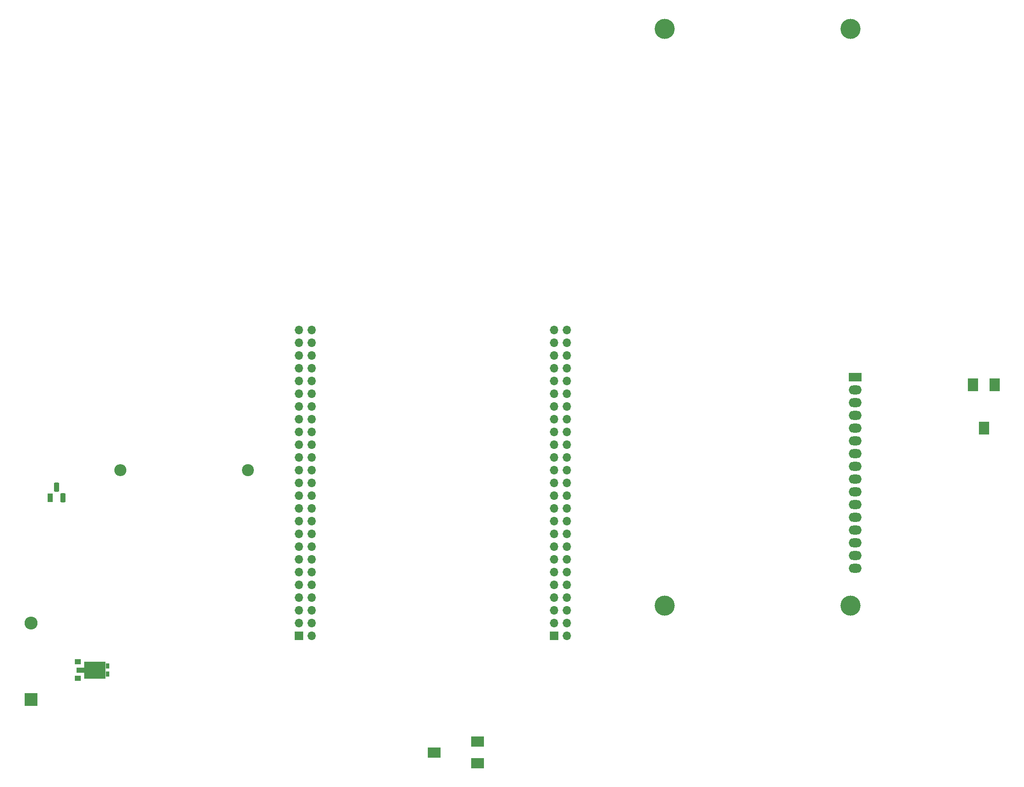
<source format=gbr>
%TF.GenerationSoftware,KiCad,Pcbnew,(7.0.0)*%
%TF.CreationDate,2023-06-01T08:47:22-06:00*%
%TF.ProjectId,ENCE 3231 final project,454e4345-2033-4323-9331-2066696e616c,rev?*%
%TF.SameCoordinates,Original*%
%TF.FileFunction,Soldermask,Top*%
%TF.FilePolarity,Negative*%
%FSLAX46Y46*%
G04 Gerber Fmt 4.6, Leading zero omitted, Abs format (unit mm)*
G04 Created by KiCad (PCBNEW (7.0.0)) date 2023-06-01 08:47:22*
%MOMM*%
%LPD*%
G01*
G04 APERTURE LIST*
G04 Aperture macros list*
%AMRoundRect*
0 Rectangle with rounded corners*
0 $1 Rounding radius*
0 $2 $3 $4 $5 $6 $7 $8 $9 X,Y pos of 4 corners*
0 Add a 4 corners polygon primitive as box body*
4,1,4,$2,$3,$4,$5,$6,$7,$8,$9,$2,$3,0*
0 Add four circle primitives for the rounded corners*
1,1,$1+$1,$2,$3*
1,1,$1+$1,$4,$5*
1,1,$1+$1,$6,$7*
1,1,$1+$1,$8,$9*
0 Add four rect primitives between the rounded corners*
20,1,$1+$1,$2,$3,$4,$5,0*
20,1,$1+$1,$4,$5,$6,$7,0*
20,1,$1+$1,$6,$7,$8,$9,0*
20,1,$1+$1,$8,$9,$2,$3,0*%
G04 Aperture macros list end*
%ADD10C,4.000000*%
%ADD11R,2.600000X1.800000*%
%ADD12O,2.600000X1.800000*%
%ADD13R,2.000000X2.500000*%
%ADD14R,1.300000X1.100000*%
%ADD15R,0.650000X1.000000*%
%ADD16R,1.500000X1.000000*%
%ADD17R,4.300000X3.400000*%
%ADD18R,2.600000X2.600000*%
%ADD19O,2.600000X2.600000*%
%ADD20R,1.700000X1.700000*%
%ADD21O,1.700000X1.700000*%
%ADD22R,1.100000X1.800000*%
%ADD23RoundRect,0.275000X-0.275000X-0.625000X0.275000X-0.625000X0.275000X0.625000X-0.275000X0.625000X0*%
%ADD24C,2.400000*%
%ADD25O,2.400000X2.400000*%
%ADD26R,2.500000X2.000000*%
G04 APERTURE END LIST*
D10*
%TO.C,DS1*%
X191076740Y-36479580D03*
X154076560Y-36479580D03*
X191076740Y-151480620D03*
X154076560Y-151480620D03*
D11*
X192077499Y-105879999D03*
D12*
X192077499Y-108419999D03*
X192077499Y-110959999D03*
X192077499Y-113499999D03*
X192077499Y-116039999D03*
X192077499Y-118579999D03*
X192077499Y-121119999D03*
X192077499Y-123659999D03*
X192077499Y-126199999D03*
X192077499Y-128739999D03*
X192077499Y-131279999D03*
X192077499Y-133819999D03*
X192077499Y-136359999D03*
X192077499Y-138899999D03*
X192077499Y-141439999D03*
X192077499Y-143979999D03*
%TD*%
D13*
%TO.C,RV2*%
X215534999Y-107434999D03*
X217684999Y-116084999D03*
X219834999Y-107434999D03*
%TD*%
D14*
%TO.C,M1*%
X37304999Y-165949999D03*
X37304999Y-162649999D03*
D15*
X43179999Y-165099999D03*
D16*
X37804999Y-164299999D03*
D17*
X40704999Y-164299999D03*
D15*
X43179999Y-163499999D03*
%TD*%
D18*
%TO.C,D1*%
X27939999Y-170179999D03*
D19*
X27939999Y-154939999D03*
%TD*%
D20*
%TO.C,J2*%
X81279999Y-157479999D03*
D21*
X83819999Y-157479999D03*
X81279999Y-154939999D03*
X83819999Y-154939999D03*
X81279999Y-152399999D03*
X83819999Y-152399999D03*
X81279999Y-149859999D03*
X83819999Y-149859999D03*
X81279999Y-147319999D03*
X83819999Y-147319999D03*
X81279999Y-144779999D03*
X83819999Y-144779999D03*
X81279999Y-142239999D03*
X83819999Y-142239999D03*
X81279999Y-139699999D03*
X83819999Y-139699999D03*
X81279999Y-137159999D03*
X83819999Y-137159999D03*
X81279999Y-134619999D03*
X83819999Y-134619999D03*
X81279999Y-132079999D03*
X83819999Y-132079999D03*
X81279999Y-129539999D03*
X83819999Y-129539999D03*
X81279999Y-126999999D03*
X83819999Y-126999999D03*
X81279999Y-124459999D03*
X83819999Y-124459999D03*
X81279999Y-121919999D03*
X83819999Y-121919999D03*
X81279999Y-119379999D03*
X83819999Y-119379999D03*
X81279999Y-116839999D03*
X83819999Y-116839999D03*
X81279999Y-114299999D03*
X83819999Y-114299999D03*
X81279999Y-111759999D03*
X83819999Y-111759999D03*
X81279999Y-109219999D03*
X83819999Y-109219999D03*
X81279999Y-106679999D03*
X83819999Y-106679999D03*
X81279999Y-104139999D03*
X83819999Y-104139999D03*
X81279999Y-101599999D03*
X83819999Y-101599999D03*
X81279999Y-99059999D03*
X83819999Y-99059999D03*
X81279999Y-96519999D03*
X83819999Y-96519999D03*
%TD*%
D22*
%TO.C,Q1*%
X31749999Y-129939999D03*
D23*
X33020000Y-127870000D03*
X34290000Y-129940000D03*
%TD*%
D24*
%TO.C,R1*%
X71120000Y-124460000D03*
D25*
X45719999Y-124459999D03*
%TD*%
D20*
%TO.C,J1*%
X132079999Y-157479999D03*
D21*
X134619999Y-157479999D03*
X132079999Y-154939999D03*
X134619999Y-154939999D03*
X132079999Y-152399999D03*
X134619999Y-152399999D03*
X132079999Y-149859999D03*
X134619999Y-149859999D03*
X132079999Y-147319999D03*
X134619999Y-147319999D03*
X132079999Y-144779999D03*
X134619999Y-144779999D03*
X132079999Y-142239999D03*
X134619999Y-142239999D03*
X132079999Y-139699999D03*
X134619999Y-139699999D03*
X132079999Y-137159999D03*
X134619999Y-137159999D03*
X132079999Y-134619999D03*
X134619999Y-134619999D03*
X132079999Y-132079999D03*
X134619999Y-132079999D03*
X132079999Y-129539999D03*
X134619999Y-129539999D03*
X132079999Y-126999999D03*
X134619999Y-126999999D03*
X132079999Y-124459999D03*
X134619999Y-124459999D03*
X132079999Y-121919999D03*
X134619999Y-121919999D03*
X132079999Y-119379999D03*
X134619999Y-119379999D03*
X132079999Y-116839999D03*
X134619999Y-116839999D03*
X132079999Y-114299999D03*
X134619999Y-114299999D03*
X132079999Y-111759999D03*
X134619999Y-111759999D03*
X132079999Y-109219999D03*
X134619999Y-109219999D03*
X132079999Y-106679999D03*
X134619999Y-106679999D03*
X132079999Y-104139999D03*
X134619999Y-104139999D03*
X132079999Y-101599999D03*
X134619999Y-101599999D03*
X132079999Y-99059999D03*
X134619999Y-99059999D03*
X132079999Y-96519999D03*
X134619999Y-96519999D03*
%TD*%
D26*
%TO.C,RV1*%
X116839999Y-178579999D03*
X108189999Y-180729999D03*
X116839999Y-182879999D03*
%TD*%
M02*

</source>
